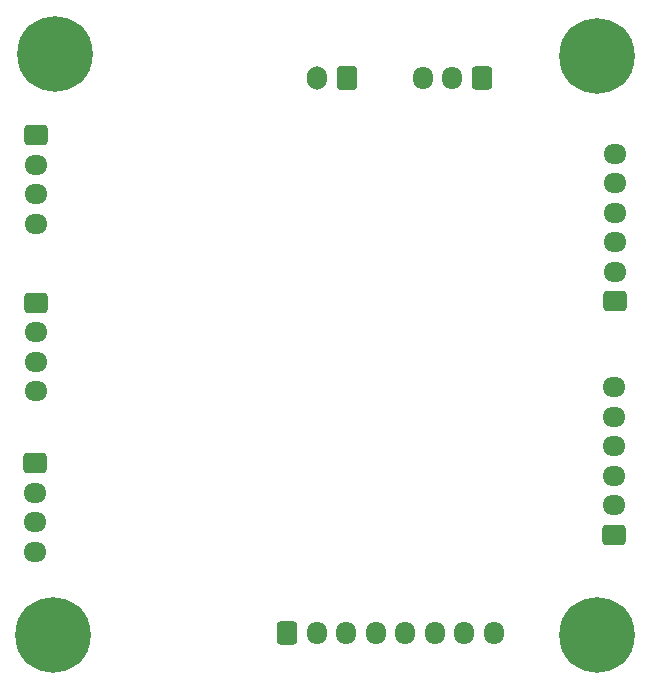
<source format=gbr>
%TF.GenerationSoftware,KiCad,Pcbnew,8.0.5*%
%TF.CreationDate,2024-10-08T13:01:26+02:00*%
%TF.ProjectId,ESE_AL8,4553455f-414c-4382-9e6b-696361645f70,rev?*%
%TF.SameCoordinates,Original*%
%TF.FileFunction,Soldermask,Bot*%
%TF.FilePolarity,Negative*%
%FSLAX46Y46*%
G04 Gerber Fmt 4.6, Leading zero omitted, Abs format (unit mm)*
G04 Created by KiCad (PCBNEW 8.0.5) date 2024-10-08 13:01:26*
%MOMM*%
%LPD*%
G01*
G04 APERTURE LIST*
G04 Aperture macros list*
%AMRoundRect*
0 Rectangle with rounded corners*
0 $1 Rounding radius*
0 $2 $3 $4 $5 $6 $7 $8 $9 X,Y pos of 4 corners*
0 Add a 4 corners polygon primitive as box body*
4,1,4,$2,$3,$4,$5,$6,$7,$8,$9,$2,$3,0*
0 Add four circle primitives for the rounded corners*
1,1,$1+$1,$2,$3*
1,1,$1+$1,$4,$5*
1,1,$1+$1,$6,$7*
1,1,$1+$1,$8,$9*
0 Add four rect primitives between the rounded corners*
20,1,$1+$1,$2,$3,$4,$5,0*
20,1,$1+$1,$4,$5,$6,$7,0*
20,1,$1+$1,$6,$7,$8,$9,0*
20,1,$1+$1,$8,$9,$2,$3,0*%
G04 Aperture macros list end*
%ADD10C,0.800000*%
%ADD11C,6.400000*%
%ADD12RoundRect,0.250000X0.725000X-0.600000X0.725000X0.600000X-0.725000X0.600000X-0.725000X-0.600000X0*%
%ADD13O,1.950000X1.700000*%
%ADD14RoundRect,0.250000X-0.725000X0.600000X-0.725000X-0.600000X0.725000X-0.600000X0.725000X0.600000X0*%
%ADD15RoundRect,0.250000X0.600000X0.725000X-0.600000X0.725000X-0.600000X-0.725000X0.600000X-0.725000X0*%
%ADD16O,1.700000X1.950000*%
%ADD17RoundRect,0.250000X-0.600000X-0.725000X0.600000X-0.725000X0.600000X0.725000X-0.600000X0.725000X0*%
%ADD18RoundRect,0.250000X0.600000X0.750000X-0.600000X0.750000X-0.600000X-0.750000X0.600000X-0.750000X0*%
%ADD19O,1.700000X2.000000*%
G04 APERTURE END LIST*
D10*
%TO.C,H4*%
X131600000Y-119000000D03*
X132302944Y-117302944D03*
X132302944Y-120697056D03*
X134000000Y-116600000D03*
D11*
X134000000Y-119000000D03*
D10*
X134000000Y-121400000D03*
X135697056Y-117302944D03*
X135697056Y-120697056D03*
X136400000Y-119000000D03*
%TD*%
%TO.C,H3*%
X177600000Y-119000000D03*
X178302944Y-117302944D03*
X178302944Y-120697056D03*
X180000000Y-116600000D03*
D11*
X180000000Y-119000000D03*
D10*
X180000000Y-121400000D03*
X181697056Y-117302944D03*
X181697056Y-120697056D03*
X182400000Y-119000000D03*
%TD*%
D12*
%TO.C,J4*%
X181540000Y-90770000D03*
D13*
X181540000Y-88270000D03*
X181540000Y-85770000D03*
X181540000Y-83270000D03*
X181540000Y-80770000D03*
X181540000Y-78270000D03*
%TD*%
D14*
%TO.C,J1*%
X132530000Y-90880000D03*
D13*
X132530000Y-93380000D03*
X132530000Y-95880000D03*
X132530000Y-98380000D03*
%TD*%
D12*
%TO.C,J5*%
X181440000Y-110520000D03*
D13*
X181440000Y-108020000D03*
X181440000Y-105520000D03*
X181440000Y-103020000D03*
X181440000Y-100520000D03*
X181440000Y-98020000D03*
%TD*%
D15*
%TO.C,SW2*%
X170290000Y-71830000D03*
D16*
X167790000Y-71830000D03*
X165290000Y-71830000D03*
%TD*%
D14*
%TO.C,J8*%
X132500000Y-76710000D03*
D13*
X132500000Y-79210000D03*
X132500000Y-81710000D03*
X132500000Y-84210000D03*
%TD*%
D14*
%TO.C,J2*%
X132490000Y-104490000D03*
D13*
X132490000Y-106990000D03*
X132490000Y-109490000D03*
X132490000Y-111990000D03*
%TD*%
D17*
%TO.C,J3*%
X153810000Y-118890000D03*
D16*
X156310000Y-118890000D03*
X158810000Y-118890000D03*
X161310000Y-118890000D03*
X163810000Y-118890000D03*
X166310000Y-118890000D03*
X168810000Y-118890000D03*
X171310000Y-118890000D03*
%TD*%
D10*
%TO.C,H2*%
X177600000Y-70000000D03*
X178302944Y-68302944D03*
X178302944Y-71697056D03*
X180000000Y-67600000D03*
D11*
X180000000Y-70000000D03*
D10*
X180000000Y-72400000D03*
X181697056Y-68302944D03*
X181697056Y-71697056D03*
X182400000Y-70000000D03*
%TD*%
D18*
%TO.C,J6*%
X158860000Y-71840000D03*
D19*
X156360000Y-71840000D03*
%TD*%
D10*
%TO.C,H1*%
X131740000Y-69840000D03*
X132442944Y-68142944D03*
X132442944Y-71537056D03*
X134140000Y-67440000D03*
D11*
X134140000Y-69840000D03*
D10*
X134140000Y-72240000D03*
X135837056Y-68142944D03*
X135837056Y-71537056D03*
X136540000Y-69840000D03*
%TD*%
M02*

</source>
